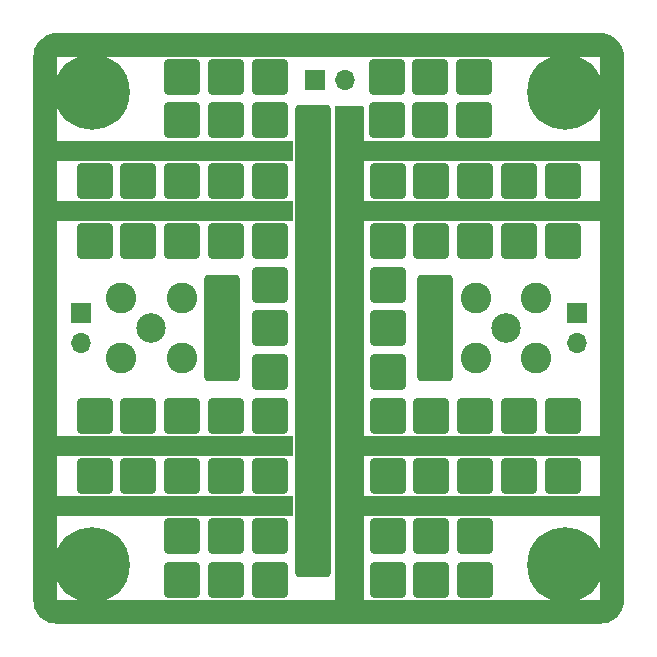
<source format=gts>
%TF.GenerationSoftware,KiCad,Pcbnew,7.0.10-7.0.10~ubuntu22.04.1*%
%TF.CreationDate,2024-01-03T17:58:32-08:00*%
%TF.ProjectId,YamhillProtoBoard1x1,59616d68-696c-46c5-9072-6f746f426f61,A*%
%TF.SameCoordinates,Original*%
%TF.FileFunction,Soldermask,Top*%
%TF.FilePolarity,Negative*%
%FSLAX46Y46*%
G04 Gerber Fmt 4.6, Leading zero omitted, Abs format (unit mm)*
G04 Created by KiCad (PCBNEW 7.0.10-7.0.10~ubuntu22.04.1) date 2024-01-03 17:58:32*
%MOMM*%
%LPD*%
G01*
G04 APERTURE LIST*
G04 Aperture macros list*
%AMRoundRect*
0 Rectangle with rounded corners*
0 $1 Rounding radius*
0 $2 $3 $4 $5 $6 $7 $8 $9 X,Y pos of 4 corners*
0 Add a 4 corners polygon primitive as box body*
4,1,4,$2,$3,$4,$5,$6,$7,$8,$9,$2,$3,0*
0 Add four circle primitives for the rounded corners*
1,1,$1+$1,$2,$3*
1,1,$1+$1,$4,$5*
1,1,$1+$1,$6,$7*
1,1,$1+$1,$8,$9*
0 Add four rect primitives between the rounded corners*
20,1,$1+$1,$2,$3,$4,$5,0*
20,1,$1+$1,$4,$5,$6,$7,0*
20,1,$1+$1,$6,$7,$8,$9,0*
20,1,$1+$1,$8,$9,$2,$3,0*%
G04 Aperture macros list end*
%ADD10C,1.000000*%
%ADD11RoundRect,0.300000X-1.200000X-1.200000X1.200000X-1.200000X1.200000X1.200000X-1.200000X1.200000X0*%
%ADD12RoundRect,0.300000X1.200000X-4.200000X1.200000X4.200000X-1.200000X4.200000X-1.200000X-4.200000X0*%
%ADD13C,0.800000*%
%ADD14C,6.400000*%
%ADD15R,1.700000X1.700000*%
%ADD16O,1.700000X1.700000*%
%ADD17C,2.500000*%
%ADD18C,2.600000*%
%ADD19RoundRect,0.300000X-1.200000X-19.700000X1.200000X-19.700000X1.200000X19.700000X-1.200000X19.700000X0*%
G04 APERTURE END LIST*
D10*
%TO.C,REF\u002A\u002A*%
X105200000Y-62500000D03*
D11*
X105200000Y-62500000D03*
%TD*%
D10*
%TO.C,REF\u002A\u002A*%
X105200000Y-82400000D03*
D11*
X105200000Y-82400000D03*
%TD*%
D10*
%TO.C,REF\u002A\u002A*%
X144800000Y-82400000D03*
D11*
X144800000Y-82400000D03*
%TD*%
D10*
%TO.C,REF\u002A\u002A*%
X116300000Y-57400000D03*
D11*
X116300000Y-57400000D03*
%TD*%
D10*
%TO.C,REF\u002A\u002A*%
X120000000Y-92600000D03*
D11*
X120000000Y-92600000D03*
%TD*%
D10*
%TO.C,REF\u002A\u002A*%
X112600000Y-92600000D03*
D11*
X112600000Y-92600000D03*
%TD*%
D10*
%TO.C,REF\u002A\u002A*%
X112600000Y-96300000D03*
D11*
X112600000Y-96300000D03*
%TD*%
D10*
%TO.C,REF\u002A\u002A*%
X120000000Y-67600000D03*
D11*
X120000000Y-67600000D03*
%TD*%
D10*
%TO.C,REF\u002A\u002A*%
X130000000Y-87500000D03*
D11*
X130000000Y-87500000D03*
%TD*%
D10*
%TO.C,REF\u002A\u002A*%
X130000000Y-96300000D03*
D11*
X130000000Y-96300000D03*
%TD*%
D10*
%TO.C,REF\u002A\u002A*%
X129900000Y-57400000D03*
D11*
X129900000Y-57400000D03*
%TD*%
D10*
%TO.C,REF\u002A\u002A*%
X129900000Y-53700000D03*
D11*
X129900000Y-53700000D03*
%TD*%
D10*
%TO.C,REF\u002A\u002A*%
X116300000Y-62500000D03*
D11*
X116300000Y-62500000D03*
%TD*%
D10*
%TO.C,REF\u002A\u002A*%
X130000000Y-67600000D03*
D11*
X130000000Y-67600000D03*
%TD*%
D10*
%TO.C,REF\u002A\u002A*%
X120000000Y-96300000D03*
D11*
X120000000Y-96300000D03*
%TD*%
D10*
%TO.C,REF\u002A\u002A*%
X144800000Y-62500000D03*
D11*
X144800000Y-62500000D03*
%TD*%
D10*
%TO.C,REF\u002A\u002A*%
X137400000Y-62500000D03*
D11*
X137400000Y-62500000D03*
%TD*%
D10*
%TO.C,REF\u002A\u002A*%
X133700000Y-67600000D03*
D11*
X133700000Y-67600000D03*
%TD*%
D10*
%TO.C,REF\u002A\u002A*%
X120000000Y-82400000D03*
D11*
X120000000Y-82400000D03*
%TD*%
D10*
%TO.C,REF\u002A\u002A*%
X141100000Y-62500000D03*
D11*
X141100000Y-62500000D03*
%TD*%
D10*
%TO.C,REF\u002A\u002A*%
X120000000Y-78700000D03*
D11*
X120000000Y-78700000D03*
%TD*%
D10*
%TO.C,REF\u002A\u002A*%
X120000000Y-75000000D03*
D11*
X120000000Y-75000000D03*
%TD*%
D10*
%TO.C,REF\u002A\u002A*%
X105200000Y-67600000D03*
D11*
X105200000Y-67600000D03*
%TD*%
D10*
%TO.C,REF\u002A\u002A*%
X141100000Y-82400000D03*
D11*
X141100000Y-82400000D03*
%TD*%
D10*
%TO.C,REF\u002A\u002A*%
X133700000Y-87500000D03*
D11*
X133700000Y-87500000D03*
%TD*%
D10*
%TO.C,J2*%
X116000000Y-78000000D03*
X116000000Y-75000000D03*
D12*
X116000000Y-75000000D03*
D10*
X116000000Y-72000000D03*
%TD*%
%TO.C,REF\u002A\u002A*%
X144800000Y-87500000D03*
D11*
X144800000Y-87500000D03*
%TD*%
D10*
%TO.C,REF\u002A\u002A*%
X112600000Y-82400000D03*
D11*
X112600000Y-82400000D03*
%TD*%
D10*
%TO.C,REF\u002A\u002A*%
X120000000Y-62500000D03*
D11*
X120000000Y-62500000D03*
%TD*%
D10*
%TO.C,REF\u002A\u002A*%
X116300000Y-53700000D03*
D11*
X116300000Y-53700000D03*
%TD*%
D13*
%TO.C,H1*%
X102600000Y-55000000D03*
X103302944Y-53302944D03*
X103302944Y-56697056D03*
X105000000Y-52600000D03*
D14*
X105000000Y-55000000D03*
D13*
X105000000Y-57400000D03*
X106697056Y-53302944D03*
X106697056Y-56697056D03*
X107400000Y-55000000D03*
%TD*%
D15*
%TO.C,J3*%
X104000000Y-73725000D03*
D16*
X104000000Y-76265000D03*
%TD*%
D10*
%TO.C,REF\u002A\u002A*%
X120000000Y-87500000D03*
D11*
X120000000Y-87500000D03*
%TD*%
D10*
%TO.C,REF\u002A\u002A*%
X112600000Y-57400000D03*
D11*
X112600000Y-57400000D03*
%TD*%
D10*
%TO.C,REF\u002A\u002A*%
X130000000Y-78700000D03*
D11*
X130000000Y-78700000D03*
%TD*%
D10*
%TO.C,REF\u002A\u002A*%
X130000000Y-82400000D03*
D11*
X130000000Y-82400000D03*
%TD*%
D10*
%TO.C,REF\u002A\u002A*%
X137400000Y-82400000D03*
D11*
X137400000Y-82400000D03*
%TD*%
D10*
%TO.C,REF\u002A\u002A*%
X108900000Y-62500000D03*
D11*
X108900000Y-62500000D03*
%TD*%
D10*
%TO.C,REF\u002A\u002A*%
X116300000Y-82400000D03*
D11*
X116300000Y-82400000D03*
%TD*%
D17*
%TO.C,J1*%
X110000000Y-75000000D03*
D18*
X107450000Y-72450000D03*
X107450000Y-77550000D03*
X112550000Y-72450000D03*
X112550000Y-77550000D03*
%TD*%
D10*
%TO.C,REF\u002A\u002A*%
X112600000Y-53700000D03*
D11*
X112600000Y-53700000D03*
%TD*%
D10*
%TO.C,REF\u002A\u002A*%
X120000000Y-71300000D03*
D11*
X120000000Y-71300000D03*
%TD*%
D10*
%TO.C,REF\u002A\u002A*%
X116300000Y-92600000D03*
D11*
X116300000Y-92600000D03*
%TD*%
D10*
%TO.C,REF\u002A\u002A*%
X116300000Y-67600000D03*
D11*
X116300000Y-67600000D03*
%TD*%
D10*
%TO.C,REF\u002A\u002A*%
X108900000Y-67600000D03*
D11*
X108900000Y-67600000D03*
%TD*%
D10*
%TO.C,REF\u002A\u002A*%
X137400000Y-96300000D03*
D11*
X137400000Y-96300000D03*
%TD*%
D15*
%TO.C,J5*%
X146000000Y-73725000D03*
D16*
X146000000Y-76265000D03*
%TD*%
D10*
%TO.C,REF\u002A\u002A*%
X133700000Y-82400000D03*
D11*
X133700000Y-82400000D03*
%TD*%
D10*
%TO.C,REF\u002A\u002A*%
X137300000Y-53700000D03*
D11*
X137300000Y-53700000D03*
%TD*%
D10*
%TO.C,REF\u002A\u002A*%
X133700000Y-96300000D03*
D11*
X133700000Y-96300000D03*
%TD*%
D10*
%TO.C,REF\u002A\u002A*%
X130000000Y-92600000D03*
D11*
X130000000Y-92600000D03*
%TD*%
D10*
%TO.C,REF\u002A\u002A*%
X116300000Y-87500000D03*
D11*
X116300000Y-87500000D03*
%TD*%
D13*
%TO.C,H2*%
X142600000Y-55000000D03*
X143302944Y-53302944D03*
X143302944Y-56697056D03*
X145000000Y-52600000D03*
D14*
X145000000Y-55000000D03*
D13*
X145000000Y-57400000D03*
X146697056Y-53302944D03*
X146697056Y-56697056D03*
X147400000Y-55000000D03*
%TD*%
D10*
%TO.C,REF\u002A\u002A*%
X133700000Y-92600000D03*
D11*
X133700000Y-92600000D03*
%TD*%
D10*
%TO.C,REF\u002A\u002A*%
X105200000Y-87500000D03*
D11*
X105200000Y-87500000D03*
%TD*%
D10*
%TO.C,REF\u002A\u002A*%
X120000000Y-57400000D03*
D11*
X120000000Y-57400000D03*
%TD*%
D13*
%TO.C,H4*%
X142600000Y-95000000D03*
X143302944Y-93302944D03*
X143302944Y-96697056D03*
X145000000Y-92600000D03*
D14*
X145000000Y-95000000D03*
D13*
X145000000Y-97400000D03*
X146697056Y-93302944D03*
X146697056Y-96697056D03*
X147400000Y-95000000D03*
%TD*%
D10*
%TO.C,REF\u002A\u002A*%
X130000000Y-75000000D03*
D11*
X130000000Y-75000000D03*
%TD*%
D10*
%TO.C,J11*%
X123700000Y-58100000D03*
X123700000Y-61100000D03*
X123700000Y-64100000D03*
X123700000Y-67100000D03*
X123700000Y-70100000D03*
X123700000Y-73100000D03*
X123700000Y-76100000D03*
D19*
X123700000Y-76100000D03*
D10*
X123700000Y-79100000D03*
X123700000Y-82100000D03*
X123700000Y-85100000D03*
X123700000Y-88100000D03*
X123700000Y-91100000D03*
X123700000Y-94100000D03*
%TD*%
D13*
%TO.C,H3*%
X102600000Y-95000000D03*
X103302944Y-93302944D03*
X103302944Y-96697056D03*
X105000000Y-92600000D03*
D14*
X105000000Y-95000000D03*
D13*
X105000000Y-97400000D03*
X106697056Y-93302944D03*
X106697056Y-96697056D03*
X107400000Y-95000000D03*
%TD*%
D10*
%TO.C,REF\u002A\u002A*%
X130000000Y-71300000D03*
D11*
X130000000Y-71300000D03*
%TD*%
D10*
%TO.C,REF\u002A\u002A*%
X137400000Y-92600000D03*
D11*
X137400000Y-92600000D03*
%TD*%
D10*
%TO.C,REF\u002A\u002A*%
X112600000Y-62500000D03*
D11*
X112600000Y-62500000D03*
%TD*%
D10*
%TO.C,REF\u002A\u002A*%
X144800000Y-67600000D03*
D11*
X144800000Y-67600000D03*
%TD*%
D10*
%TO.C,REF\u002A\u002A*%
X108900000Y-87500000D03*
D11*
X108900000Y-87500000D03*
%TD*%
D10*
%TO.C,REF\u002A\u002A*%
X112600000Y-87500000D03*
D11*
X112600000Y-87500000D03*
%TD*%
D10*
%TO.C,REF\u002A\u002A*%
X137400000Y-67600000D03*
D11*
X137400000Y-67600000D03*
%TD*%
D10*
%TO.C,REF\u002A\u002A*%
X141100000Y-67600000D03*
D11*
X141100000Y-67600000D03*
%TD*%
D10*
%TO.C,REF\u002A\u002A*%
X137300000Y-57400000D03*
D11*
X137300000Y-57400000D03*
%TD*%
D10*
%TO.C,REF\u002A\u002A*%
X130000000Y-62500000D03*
D11*
X130000000Y-62500000D03*
%TD*%
D10*
%TO.C,REF\u002A\u002A*%
X116300000Y-96300000D03*
D11*
X116300000Y-96300000D03*
%TD*%
D10*
%TO.C,J6*%
X134000000Y-78000000D03*
X134000000Y-75000000D03*
D12*
X134000000Y-75000000D03*
D10*
X134000000Y-72000000D03*
%TD*%
%TO.C,REF\u002A\u002A*%
X133600000Y-57400000D03*
D11*
X133600000Y-57400000D03*
%TD*%
D10*
%TO.C,REF\u002A\u002A*%
X133700000Y-62500000D03*
D11*
X133700000Y-62500000D03*
%TD*%
D10*
%TO.C,REF\u002A\u002A*%
X112600000Y-67600000D03*
D11*
X112600000Y-67600000D03*
%TD*%
D10*
%TO.C,REF\u002A\u002A*%
X108900000Y-82400000D03*
D11*
X108900000Y-82400000D03*
%TD*%
D10*
%TO.C,REF\u002A\u002A*%
X141100000Y-87500000D03*
D11*
X141100000Y-87500000D03*
%TD*%
D10*
%TO.C,REF\u002A\u002A*%
X120000000Y-53700000D03*
D11*
X120000000Y-53700000D03*
%TD*%
D10*
%TO.C,REF\u002A\u002A*%
X137400000Y-87500000D03*
D11*
X137400000Y-87500000D03*
%TD*%
D17*
%TO.C,J4*%
X140000000Y-75000000D03*
D18*
X137450000Y-72450000D03*
X137450000Y-77550000D03*
X142550000Y-72450000D03*
X142550000Y-77550000D03*
%TD*%
D15*
%TO.C,J10*%
X123825000Y-54000000D03*
D16*
X126365000Y-54000000D03*
%TD*%
D10*
%TO.C,REF\u002A\u002A*%
X133600000Y-53700000D03*
D11*
X133600000Y-53700000D03*
%TD*%
G36*
X102003031Y-51750149D02*
G01*
X102018420Y-51750905D01*
X102030531Y-51752098D01*
X102038917Y-51753342D01*
X102102343Y-51782651D01*
X102139854Y-51841597D01*
X102139542Y-51911466D01*
X102101505Y-51970075D01*
X102037820Y-51998815D01*
X102020722Y-52000000D01*
X102000000Y-52000000D01*
X102000000Y-59100000D01*
X102126000Y-59100000D01*
X102193039Y-59119685D01*
X102238794Y-59172489D01*
X102250000Y-59224000D01*
X102250000Y-60676000D01*
X102230315Y-60743039D01*
X102177511Y-60788794D01*
X102126000Y-60800000D01*
X102000000Y-60800000D01*
X102000000Y-64200000D01*
X102126000Y-64200000D01*
X102193039Y-64219685D01*
X102238794Y-64272489D01*
X102250000Y-64324000D01*
X102250000Y-65776000D01*
X102230315Y-65843039D01*
X102177511Y-65888794D01*
X102126000Y-65900000D01*
X102000000Y-65900000D01*
X102000000Y-84100000D01*
X102126000Y-84100000D01*
X102193039Y-84119685D01*
X102238794Y-84172489D01*
X102250000Y-84224000D01*
X102250000Y-85676000D01*
X102230315Y-85743039D01*
X102177511Y-85788794D01*
X102126000Y-85800000D01*
X102000000Y-85800000D01*
X102000000Y-89200000D01*
X102126000Y-89200000D01*
X102193039Y-89219685D01*
X102238794Y-89272489D01*
X102250000Y-89324000D01*
X102250000Y-90776000D01*
X102230315Y-90843039D01*
X102177511Y-90888794D01*
X102126000Y-90900000D01*
X102000000Y-90900000D01*
X102000000Y-98000000D01*
X102020722Y-98000000D01*
X102087761Y-98019685D01*
X102133516Y-98072489D01*
X102143460Y-98141647D01*
X102114435Y-98205203D01*
X102055657Y-98242977D01*
X102038903Y-98246660D01*
X102030517Y-98247903D01*
X102018428Y-98249093D01*
X102003039Y-98249850D01*
X101996947Y-98250000D01*
X100133328Y-98250000D01*
X100066289Y-98230315D01*
X100020534Y-98177511D01*
X100009644Y-98134846D01*
X100000316Y-98004418D01*
X100000000Y-97995572D01*
X100000000Y-52004427D01*
X100000316Y-51995581D01*
X100009644Y-51865154D01*
X100034061Y-51799690D01*
X100089994Y-51757818D01*
X100133328Y-51750000D01*
X101996947Y-51750000D01*
X102003031Y-51750149D01*
G37*
G36*
X101943039Y-97769685D02*
G01*
X101988794Y-97822489D01*
X102000000Y-97874000D01*
X102000000Y-98000000D01*
X125500000Y-98000000D01*
X125500000Y-97874000D01*
X125519685Y-97806961D01*
X125572489Y-97761206D01*
X125624000Y-97750000D01*
X127876000Y-97750000D01*
X127943039Y-97769685D01*
X127988794Y-97822489D01*
X128000000Y-97874000D01*
X128000000Y-98000000D01*
X148000000Y-98000000D01*
X148000000Y-97874000D01*
X148019685Y-97806961D01*
X148072489Y-97761206D01*
X148124000Y-97750000D01*
X149876000Y-97750000D01*
X149943039Y-97769685D01*
X149988794Y-97822489D01*
X150000000Y-97874000D01*
X150000000Y-97995572D01*
X149999684Y-98004418D01*
X149980275Y-98275785D01*
X149977757Y-98293297D01*
X149920872Y-98554794D01*
X149915888Y-98571770D01*
X149822361Y-98822524D01*
X149815011Y-98838617D01*
X149686758Y-99073496D01*
X149677193Y-99088380D01*
X149516811Y-99302624D01*
X149505225Y-99315994D01*
X149315994Y-99505225D01*
X149302624Y-99516811D01*
X149088380Y-99677193D01*
X149073496Y-99686758D01*
X148838617Y-99815011D01*
X148822524Y-99822361D01*
X148571770Y-99915888D01*
X148554794Y-99920872D01*
X148293297Y-99977757D01*
X148275785Y-99980275D01*
X148004418Y-99999684D01*
X147995572Y-100000000D01*
X102004428Y-100000000D01*
X101995582Y-99999684D01*
X101724214Y-99980275D01*
X101706702Y-99977757D01*
X101445205Y-99920872D01*
X101428229Y-99915888D01*
X101177475Y-99822361D01*
X101161382Y-99815011D01*
X100926503Y-99686758D01*
X100911619Y-99677193D01*
X100697375Y-99516811D01*
X100684005Y-99505225D01*
X100494774Y-99315994D01*
X100483188Y-99302624D01*
X100322806Y-99088380D01*
X100313241Y-99073496D01*
X100184988Y-98838617D01*
X100177638Y-98822524D01*
X100084111Y-98571770D01*
X100079127Y-98554794D01*
X100022242Y-98293297D01*
X100019724Y-98275785D01*
X100000316Y-98004418D01*
X100000000Y-97995572D01*
X100000000Y-97874000D01*
X100019685Y-97806961D01*
X100072489Y-97761206D01*
X100124000Y-97750000D01*
X101876000Y-97750000D01*
X101943039Y-97769685D01*
G37*
G36*
X149933711Y-51769685D02*
G01*
X149979466Y-51822489D01*
X149990356Y-51865154D01*
X149999684Y-51995581D01*
X150000000Y-52004427D01*
X150000000Y-97995572D01*
X149999684Y-98004418D01*
X149990356Y-98134846D01*
X149965939Y-98200310D01*
X149910006Y-98242182D01*
X149866672Y-98250000D01*
X148003053Y-98250000D01*
X147996961Y-98249850D01*
X147981571Y-98249093D01*
X147969480Y-98247903D01*
X147961095Y-98246660D01*
X147897667Y-98217357D01*
X147860149Y-98158415D01*
X147860455Y-98088546D01*
X147898486Y-98029933D01*
X147962167Y-98001186D01*
X147979278Y-98000000D01*
X148000000Y-98000000D01*
X148000000Y-90900000D01*
X147874000Y-90900000D01*
X147806961Y-90880315D01*
X147761206Y-90827511D01*
X147750000Y-90776000D01*
X147750000Y-89324000D01*
X147769685Y-89256961D01*
X147822489Y-89211206D01*
X147874000Y-89200000D01*
X148000000Y-89200000D01*
X148000000Y-85800000D01*
X147874000Y-85800000D01*
X147806961Y-85780315D01*
X147761206Y-85727511D01*
X147750000Y-85676000D01*
X147750000Y-84224000D01*
X147769685Y-84156961D01*
X147822489Y-84111206D01*
X147874000Y-84100000D01*
X148000000Y-84100000D01*
X148000000Y-65900000D01*
X147874000Y-65900000D01*
X147806961Y-65880315D01*
X147761206Y-65827511D01*
X147750000Y-65776000D01*
X147750000Y-64324000D01*
X147769685Y-64256961D01*
X147822489Y-64211206D01*
X147874000Y-64200000D01*
X148000000Y-64200000D01*
X148000000Y-60800000D01*
X147874000Y-60800000D01*
X147806961Y-60780315D01*
X147761206Y-60727511D01*
X147750000Y-60676000D01*
X147750000Y-59224000D01*
X147769685Y-59156961D01*
X147822489Y-59111206D01*
X147874000Y-59100000D01*
X148000000Y-59100000D01*
X148000000Y-52000000D01*
X147979278Y-52000000D01*
X147912239Y-51980315D01*
X147866484Y-51927511D01*
X147856540Y-51858353D01*
X147885565Y-51794797D01*
X147944343Y-51757023D01*
X147961081Y-51753343D01*
X147969466Y-51752099D01*
X147981579Y-51750905D01*
X147996969Y-51750149D01*
X148003053Y-51750000D01*
X149866672Y-51750000D01*
X149933711Y-51769685D01*
G37*
G36*
X148004418Y-50000316D02*
G01*
X148275785Y-50019724D01*
X148293297Y-50022242D01*
X148554794Y-50079127D01*
X148571770Y-50084111D01*
X148822524Y-50177638D01*
X148838617Y-50184988D01*
X149073496Y-50313241D01*
X149088380Y-50322806D01*
X149302624Y-50483188D01*
X149315994Y-50494774D01*
X149505225Y-50684005D01*
X149516811Y-50697375D01*
X149677193Y-50911619D01*
X149686758Y-50926503D01*
X149815011Y-51161382D01*
X149822361Y-51177475D01*
X149915888Y-51428229D01*
X149920872Y-51445205D01*
X149977757Y-51706702D01*
X149980275Y-51724214D01*
X149999684Y-51995581D01*
X150000000Y-52004427D01*
X150000000Y-52126000D01*
X149980315Y-52193039D01*
X149927511Y-52238794D01*
X149876000Y-52250000D01*
X148124000Y-52250000D01*
X148056961Y-52230315D01*
X148011206Y-52177511D01*
X148000000Y-52126000D01*
X148000000Y-52000000D01*
X102000000Y-52000000D01*
X102000000Y-52126000D01*
X101980315Y-52193039D01*
X101927511Y-52238794D01*
X101876000Y-52250000D01*
X100124000Y-52250000D01*
X100056961Y-52230315D01*
X100011206Y-52177511D01*
X100000000Y-52126000D01*
X100000000Y-52004427D01*
X100000316Y-51995581D01*
X100019724Y-51724214D01*
X100022242Y-51706702D01*
X100079127Y-51445205D01*
X100084111Y-51428229D01*
X100177638Y-51177475D01*
X100184988Y-51161382D01*
X100313241Y-50926503D01*
X100322806Y-50911619D01*
X100483188Y-50697375D01*
X100494774Y-50684005D01*
X100684005Y-50494774D01*
X100697375Y-50483188D01*
X100911619Y-50322806D01*
X100926503Y-50313241D01*
X101161382Y-50184988D01*
X101177475Y-50177638D01*
X101428229Y-50084111D01*
X101445205Y-50079127D01*
X101706702Y-50022242D01*
X101724214Y-50019724D01*
X101995582Y-50000316D01*
X102004428Y-50000000D01*
X147995572Y-50000000D01*
X148004418Y-50000316D01*
G37*
G36*
X101911466Y-83960457D02*
G01*
X101970075Y-83998494D01*
X101998815Y-84062179D01*
X102000000Y-84079277D01*
X102000000Y-84100000D01*
X121876000Y-84100000D01*
X121943039Y-84119685D01*
X121988794Y-84172489D01*
X122000000Y-84224000D01*
X122000000Y-85676000D01*
X121980315Y-85743039D01*
X121927511Y-85788794D01*
X121876000Y-85800000D01*
X102000000Y-85800000D01*
X102000000Y-85820722D01*
X101980315Y-85887761D01*
X101927511Y-85933516D01*
X101858353Y-85943460D01*
X101794797Y-85914435D01*
X101757023Y-85855657D01*
X101753342Y-85838917D01*
X101752098Y-85830531D01*
X101750905Y-85818420D01*
X101750149Y-85803031D01*
X101750000Y-85796947D01*
X101750000Y-84103052D01*
X101750149Y-84096968D01*
X101750905Y-84081579D01*
X101752098Y-84069468D01*
X101753342Y-84061082D01*
X101782651Y-83997656D01*
X101841597Y-83960145D01*
X101911466Y-83960457D01*
G37*
G36*
X148205203Y-64085564D02*
G01*
X148242977Y-64144342D01*
X148246660Y-64161096D01*
X148247903Y-64169482D01*
X148249093Y-64181571D01*
X148249850Y-64196960D01*
X148250000Y-64203052D01*
X148250000Y-65896947D01*
X148249850Y-65903039D01*
X148249093Y-65918428D01*
X148247903Y-65930517D01*
X148246660Y-65938903D01*
X148217359Y-66002332D01*
X148158417Y-66039850D01*
X148088548Y-66039546D01*
X148029935Y-66001516D01*
X148001187Y-65937835D01*
X148000000Y-65920722D01*
X148000000Y-65900000D01*
X128000000Y-65900000D01*
X128000000Y-65920722D01*
X127980315Y-65987761D01*
X127927511Y-66033516D01*
X127858353Y-66043460D01*
X127794797Y-66014435D01*
X127757023Y-65955657D01*
X127753342Y-65938917D01*
X127752098Y-65930531D01*
X127750905Y-65918420D01*
X127750149Y-65903031D01*
X127750000Y-65896947D01*
X127750000Y-64203052D01*
X127750149Y-64196968D01*
X127750905Y-64181579D01*
X127752098Y-64169468D01*
X127753342Y-64161082D01*
X127782651Y-64097656D01*
X127841597Y-64060145D01*
X127911466Y-64060457D01*
X127970075Y-64098494D01*
X127998815Y-64162179D01*
X128000000Y-64179277D01*
X128000000Y-64200000D01*
X148000000Y-64200000D01*
X148000000Y-64179277D01*
X148019685Y-64112238D01*
X148072489Y-64066483D01*
X148141647Y-64056539D01*
X148205203Y-64085564D01*
G37*
G36*
X127943039Y-56219685D02*
G01*
X127988794Y-56272489D01*
X128000000Y-56324000D01*
X128000000Y-59100000D01*
X128126000Y-59100000D01*
X128193039Y-59119685D01*
X128238794Y-59172489D01*
X128250000Y-59224000D01*
X128250000Y-60676000D01*
X128230315Y-60743039D01*
X128177511Y-60788794D01*
X128126000Y-60800000D01*
X128000000Y-60800000D01*
X128000000Y-64200000D01*
X128126000Y-64200000D01*
X128193039Y-64219685D01*
X128238794Y-64272489D01*
X128250000Y-64324000D01*
X128250000Y-65776000D01*
X128230315Y-65843039D01*
X128177511Y-65888794D01*
X128126000Y-65900000D01*
X128000000Y-65900000D01*
X128000000Y-84100000D01*
X128126000Y-84100000D01*
X128193039Y-84119685D01*
X128238794Y-84172489D01*
X128250000Y-84224000D01*
X128250000Y-85676000D01*
X128230315Y-85743039D01*
X128177511Y-85788794D01*
X128126000Y-85800000D01*
X128000000Y-85800000D01*
X128000000Y-89200000D01*
X128126000Y-89200000D01*
X128193039Y-89219685D01*
X128238794Y-89272489D01*
X128250000Y-89324000D01*
X128250000Y-90776000D01*
X128230315Y-90843039D01*
X128177511Y-90888794D01*
X128126000Y-90900000D01*
X128000000Y-90900000D01*
X128000000Y-98000000D01*
X128126000Y-98000000D01*
X128193039Y-98019685D01*
X128238794Y-98072489D01*
X128250000Y-98124000D01*
X128250000Y-98196947D01*
X128249850Y-98203039D01*
X128249093Y-98218428D01*
X128247901Y-98230527D01*
X128246089Y-98242745D01*
X128243716Y-98254680D01*
X128240716Y-98266658D01*
X128237181Y-98278311D01*
X128233021Y-98289936D01*
X128228366Y-98301173D01*
X128223084Y-98312341D01*
X128217348Y-98323072D01*
X128210996Y-98333670D01*
X128204237Y-98343787D01*
X128196884Y-98353702D01*
X128189166Y-98363106D01*
X128180872Y-98372258D01*
X128172258Y-98380872D01*
X128163106Y-98389166D01*
X128153702Y-98396884D01*
X128143787Y-98404237D01*
X128133670Y-98410996D01*
X128123072Y-98417348D01*
X128112341Y-98423084D01*
X128101173Y-98428366D01*
X128089936Y-98433021D01*
X128078311Y-98437181D01*
X128066658Y-98440716D01*
X128054680Y-98443716D01*
X128042745Y-98446089D01*
X128030527Y-98447901D01*
X128018428Y-98449093D01*
X128003039Y-98449850D01*
X127996947Y-98450000D01*
X125503053Y-98450000D01*
X125496961Y-98449850D01*
X125481571Y-98449093D01*
X125469472Y-98447901D01*
X125457254Y-98446089D01*
X125445319Y-98443716D01*
X125433341Y-98440716D01*
X125421688Y-98437181D01*
X125410063Y-98433021D01*
X125398826Y-98428366D01*
X125387658Y-98423084D01*
X125376927Y-98417348D01*
X125366329Y-98410996D01*
X125356212Y-98404237D01*
X125346297Y-98396884D01*
X125336893Y-98389166D01*
X125327741Y-98380872D01*
X125319127Y-98372258D01*
X125310833Y-98363106D01*
X125303115Y-98353702D01*
X125295762Y-98343787D01*
X125289003Y-98333670D01*
X125282651Y-98323072D01*
X125276915Y-98312341D01*
X125271633Y-98301173D01*
X125266978Y-98289936D01*
X125262818Y-98278311D01*
X125259283Y-98266658D01*
X125256283Y-98254680D01*
X125253910Y-98242745D01*
X125252098Y-98230527D01*
X125250905Y-98218420D01*
X125250149Y-98203031D01*
X125250000Y-98196947D01*
X125250000Y-98124000D01*
X125269685Y-98056961D01*
X125322489Y-98011206D01*
X125374000Y-98000000D01*
X125500000Y-98000000D01*
X125500000Y-56324000D01*
X125519685Y-56256961D01*
X125572489Y-56211206D01*
X125624000Y-56200000D01*
X127876000Y-56200000D01*
X127943039Y-56219685D01*
G37*
G36*
X148205203Y-89085564D02*
G01*
X148242977Y-89144342D01*
X148246660Y-89161096D01*
X148247903Y-89169482D01*
X148249093Y-89181571D01*
X148249850Y-89196960D01*
X148250000Y-89203052D01*
X148250000Y-90896947D01*
X148249850Y-90903039D01*
X148249093Y-90918428D01*
X148247903Y-90930517D01*
X148246660Y-90938903D01*
X148217359Y-91002332D01*
X148158417Y-91039850D01*
X148088548Y-91039546D01*
X148029935Y-91001516D01*
X148001187Y-90937835D01*
X148000000Y-90920722D01*
X148000000Y-90900000D01*
X128000000Y-90900000D01*
X128000000Y-90920722D01*
X127980315Y-90987761D01*
X127927511Y-91033516D01*
X127858353Y-91043460D01*
X127794797Y-91014435D01*
X127757023Y-90955657D01*
X127753342Y-90938917D01*
X127752098Y-90930531D01*
X127750905Y-90918420D01*
X127750149Y-90903031D01*
X127750000Y-90896947D01*
X127750000Y-89203052D01*
X127750149Y-89196968D01*
X127750905Y-89181579D01*
X127752098Y-89169468D01*
X127753342Y-89161082D01*
X127782651Y-89097656D01*
X127841597Y-89060145D01*
X127911466Y-89060457D01*
X127970075Y-89098494D01*
X127998815Y-89162179D01*
X128000000Y-89179277D01*
X128000000Y-89200000D01*
X148000000Y-89200000D01*
X148000000Y-89179277D01*
X148019685Y-89112238D01*
X148072489Y-89066483D01*
X148141647Y-89056539D01*
X148205203Y-89085564D01*
G37*
G36*
X101911466Y-64060457D02*
G01*
X101970075Y-64098494D01*
X101998815Y-64162179D01*
X102000000Y-64179277D01*
X102000000Y-64200000D01*
X121876000Y-64200000D01*
X121943039Y-64219685D01*
X121988794Y-64272489D01*
X122000000Y-64324000D01*
X122000000Y-65776000D01*
X121980315Y-65843039D01*
X121927511Y-65888794D01*
X121876000Y-65900000D01*
X102000000Y-65900000D01*
X102000000Y-65920722D01*
X101980315Y-65987761D01*
X101927511Y-66033516D01*
X101858353Y-66043460D01*
X101794797Y-66014435D01*
X101757023Y-65955657D01*
X101753342Y-65938917D01*
X101752098Y-65930531D01*
X101750905Y-65918420D01*
X101750149Y-65903031D01*
X101750000Y-65896947D01*
X101750000Y-64203052D01*
X101750149Y-64196968D01*
X101750905Y-64181579D01*
X101752098Y-64169468D01*
X101753342Y-64161082D01*
X101782651Y-64097656D01*
X101841597Y-64060145D01*
X101911466Y-64060457D01*
G37*
G36*
X101911466Y-89060457D02*
G01*
X101970075Y-89098494D01*
X101998815Y-89162179D01*
X102000000Y-89179277D01*
X102000000Y-89200000D01*
X121876000Y-89200000D01*
X121943039Y-89219685D01*
X121988794Y-89272489D01*
X122000000Y-89324000D01*
X122000000Y-90776000D01*
X121980315Y-90843039D01*
X121927511Y-90888794D01*
X121876000Y-90900000D01*
X102000000Y-90900000D01*
X102000000Y-90920722D01*
X101980315Y-90987761D01*
X101927511Y-91033516D01*
X101858353Y-91043460D01*
X101794797Y-91014435D01*
X101757023Y-90955657D01*
X101753342Y-90938917D01*
X101752098Y-90930531D01*
X101750905Y-90918420D01*
X101750149Y-90903031D01*
X101750000Y-90896947D01*
X101750000Y-89203052D01*
X101750149Y-89196968D01*
X101750905Y-89181579D01*
X101752098Y-89169468D01*
X101753342Y-89161082D01*
X101782651Y-89097656D01*
X101841597Y-89060145D01*
X101911466Y-89060457D01*
G37*
G36*
X101911466Y-58960457D02*
G01*
X101970075Y-58998494D01*
X101998815Y-59062179D01*
X102000000Y-59079277D01*
X102000000Y-59100000D01*
X121876000Y-59100000D01*
X121943039Y-59119685D01*
X121988794Y-59172489D01*
X122000000Y-59224000D01*
X122000000Y-60676000D01*
X121980315Y-60743039D01*
X121927511Y-60788794D01*
X121876000Y-60800000D01*
X102000000Y-60800000D01*
X102000000Y-60820722D01*
X101980315Y-60887761D01*
X101927511Y-60933516D01*
X101858353Y-60943460D01*
X101794797Y-60914435D01*
X101757023Y-60855657D01*
X101753342Y-60838917D01*
X101752098Y-60830531D01*
X101750905Y-60818420D01*
X101750149Y-60803031D01*
X101750000Y-60796947D01*
X101750000Y-59103052D01*
X101750149Y-59096968D01*
X101750905Y-59081579D01*
X101752098Y-59069468D01*
X101753342Y-59061082D01*
X101782651Y-58997656D01*
X101841597Y-58960145D01*
X101911466Y-58960457D01*
G37*
G36*
X148205203Y-83985564D02*
G01*
X148242977Y-84044342D01*
X148246660Y-84061096D01*
X148247903Y-84069482D01*
X148249093Y-84081571D01*
X148249850Y-84096960D01*
X148250000Y-84103052D01*
X148250000Y-85796947D01*
X148249850Y-85803039D01*
X148249093Y-85818428D01*
X148247903Y-85830517D01*
X148246660Y-85838903D01*
X148217359Y-85902332D01*
X148158417Y-85939850D01*
X148088548Y-85939546D01*
X148029935Y-85901516D01*
X148001187Y-85837835D01*
X148000000Y-85820722D01*
X148000000Y-85800000D01*
X128000000Y-85800000D01*
X128000000Y-85820722D01*
X127980315Y-85887761D01*
X127927511Y-85933516D01*
X127858353Y-85943460D01*
X127794797Y-85914435D01*
X127757023Y-85855657D01*
X127753342Y-85838917D01*
X127752098Y-85830531D01*
X127750905Y-85818420D01*
X127750149Y-85803031D01*
X127750000Y-85796947D01*
X127750000Y-84103052D01*
X127750149Y-84096968D01*
X127750905Y-84081579D01*
X127752098Y-84069468D01*
X127753342Y-84061082D01*
X127782651Y-83997656D01*
X127841597Y-83960145D01*
X127911466Y-83960457D01*
X127970075Y-83998494D01*
X127998815Y-84062179D01*
X128000000Y-84079277D01*
X128000000Y-84100000D01*
X148000000Y-84100000D01*
X148000000Y-84079277D01*
X148019685Y-84012238D01*
X148072489Y-83966483D01*
X148141647Y-83956539D01*
X148205203Y-83985564D01*
G37*
G36*
X148205203Y-58985564D02*
G01*
X148242977Y-59044342D01*
X148246660Y-59061096D01*
X148247903Y-59069482D01*
X148249093Y-59081571D01*
X148249850Y-59096960D01*
X148250000Y-59103052D01*
X148250000Y-60796947D01*
X148249850Y-60803039D01*
X148249093Y-60818428D01*
X148247903Y-60830517D01*
X148246660Y-60838903D01*
X148217359Y-60902332D01*
X148158417Y-60939850D01*
X148088548Y-60939546D01*
X148029935Y-60901516D01*
X148001187Y-60837835D01*
X148000000Y-60820722D01*
X148000000Y-60800000D01*
X128000000Y-60800000D01*
X128000000Y-60820722D01*
X127980315Y-60887761D01*
X127927511Y-60933516D01*
X127858353Y-60943460D01*
X127794797Y-60914435D01*
X127757023Y-60855657D01*
X127753342Y-60838917D01*
X127752098Y-60830531D01*
X127750905Y-60818420D01*
X127750149Y-60803031D01*
X127750000Y-60796947D01*
X127750000Y-59103052D01*
X127750149Y-59096968D01*
X127750905Y-59081579D01*
X127752098Y-59069468D01*
X127753342Y-59061082D01*
X127782651Y-58997656D01*
X127841597Y-58960145D01*
X127911466Y-58960457D01*
X127970075Y-58998494D01*
X127998815Y-59062179D01*
X128000000Y-59079277D01*
X128000000Y-59100000D01*
X148000000Y-59100000D01*
X148000000Y-59079277D01*
X148019685Y-59012238D01*
X148072489Y-58966483D01*
X148141647Y-58956539D01*
X148205203Y-58985564D01*
G37*
M02*

</source>
